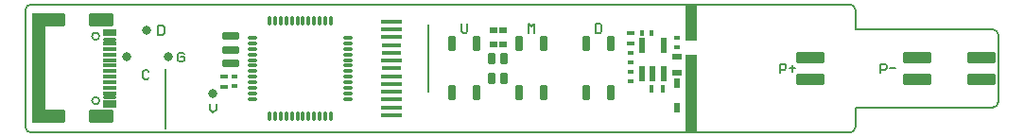
<source format=gts>
G04*
G04 #@! TF.GenerationSoftware,Altium Limited,Altium Designer,24.2.2 (26)*
G04*
G04 Layer_Color=8388736*
%FSLAX43Y43*%
%MOMM*%
G71*
G04*
G04 #@! TF.SameCoordinates,1F1FED76-AB6C-4830-BD65-6DDC81D4C714*
G04*
G04*
G04 #@! TF.FilePolarity,Negative*
G04*
G01*
G75*
%ADD10C,0.127*%
%ADD11C,0.203*%
G04:AMPARAMS|DCode=24|XSize=1.8mm|YSize=0.38mm|CornerRadius=0.038mm|HoleSize=0mm|Usage=FLASHONLY|Rotation=180.000|XOffset=0mm|YOffset=0mm|HoleType=Round|Shape=RoundedRectangle|*
%AMROUNDEDRECTD24*
21,1,1.800,0.304,0,0,180.0*
21,1,1.724,0.380,0,0,180.0*
1,1,0.076,-0.862,0.152*
1,1,0.076,0.862,0.152*
1,1,0.076,0.862,-0.152*
1,1,0.076,-0.862,-0.152*
%
%ADD24ROUNDEDRECTD24*%
%ADD26O,1.800X0.380*%
%ADD27C,0.800*%
%ADD34R,1.300X9.800*%
%ADD35R,1.000X7.050*%
%ADD36R,1.000X3.250*%
G04:AMPARAMS|DCode=37|XSize=0.42mm|YSize=0.72mm|CornerRadius=0.05mm|HoleSize=0mm|Usage=FLASHONLY|Rotation=270.000|XOffset=0mm|YOffset=0mm|HoleType=Round|Shape=RoundedRectangle|*
%AMROUNDEDRECTD37*
21,1,0.420,0.620,0,0,270.0*
21,1,0.320,0.720,0,0,270.0*
1,1,0.100,-0.310,-0.160*
1,1,0.100,-0.310,0.160*
1,1,0.100,0.310,0.160*
1,1,0.100,0.310,-0.160*
%
%ADD37ROUNDEDRECTD37*%
G04:AMPARAMS|DCode=38|XSize=2.551mm|YSize=1.051mm|CornerRadius=0.125mm|HoleSize=0mm|Usage=FLASHONLY|Rotation=180.000|XOffset=0mm|YOffset=0mm|HoleType=Round|Shape=RoundedRectangle|*
%AMROUNDEDRECTD38*
21,1,2.551,0.800,0,0,180.0*
21,1,2.300,1.051,0,0,180.0*
1,1,0.251,-1.150,0.400*
1,1,0.251,1.150,0.400*
1,1,0.251,1.150,-0.400*
1,1,0.251,-1.150,-0.400*
%
%ADD38ROUNDEDRECTD38*%
G04:AMPARAMS|DCode=39|XSize=1.002mm|YSize=0.702mm|CornerRadius=0.201mm|HoleSize=0mm|Usage=FLASHONLY|Rotation=90.000|XOffset=0mm|YOffset=0mm|HoleType=Round|Shape=RoundedRectangle|*
%AMROUNDEDRECTD39*
21,1,1.002,0.300,0,0,90.0*
21,1,0.600,0.702,0,0,90.0*
1,1,0.402,0.150,0.300*
1,1,0.402,0.150,-0.300*
1,1,0.402,-0.150,-0.300*
1,1,0.402,-0.150,0.300*
%
%ADD39ROUNDEDRECTD39*%
G04:AMPARAMS|DCode=40|XSize=0.851mm|YSize=0.551mm|CornerRadius=0.075mm|HoleSize=0mm|Usage=FLASHONLY|Rotation=90.000|XOffset=0mm|YOffset=0mm|HoleType=Round|Shape=RoundedRectangle|*
%AMROUNDEDRECTD40*
21,1,0.851,0.400,0,0,90.0*
21,1,0.700,0.551,0,0,90.0*
1,1,0.151,0.200,0.350*
1,1,0.151,0.200,-0.350*
1,1,0.151,-0.200,-0.350*
1,1,0.151,-0.200,0.350*
%
%ADD40ROUNDEDRECTD40*%
G04:AMPARAMS|DCode=41|XSize=0.42mm|YSize=0.57mm|CornerRadius=0.05mm|HoleSize=0mm|Usage=FLASHONLY|Rotation=90.000|XOffset=0mm|YOffset=0mm|HoleType=Round|Shape=RoundedRectangle|*
%AMROUNDEDRECTD41*
21,1,0.420,0.470,0,0,90.0*
21,1,0.320,0.570,0,0,90.0*
1,1,0.100,0.235,0.160*
1,1,0.100,0.235,-0.160*
1,1,0.100,-0.235,-0.160*
1,1,0.100,-0.235,0.160*
%
%ADD41ROUNDEDRECTD41*%
G04:AMPARAMS|DCode=42|XSize=0.54mm|YSize=0.84mm|CornerRadius=0.07mm|HoleSize=0mm|Usage=FLASHONLY|Rotation=90.000|XOffset=0mm|YOffset=0mm|HoleType=Round|Shape=RoundedRectangle|*
%AMROUNDEDRECTD42*
21,1,0.540,0.700,0,0,90.0*
21,1,0.400,0.840,0,0,90.0*
1,1,0.140,0.350,0.200*
1,1,0.140,0.350,-0.200*
1,1,0.140,-0.350,-0.200*
1,1,0.140,-0.350,0.200*
%
%ADD42ROUNDEDRECTD42*%
G04:AMPARAMS|DCode=43|XSize=0.42mm|YSize=0.72mm|CornerRadius=0.05mm|HoleSize=0mm|Usage=FLASHONLY|Rotation=180.000|XOffset=0mm|YOffset=0mm|HoleType=Round|Shape=RoundedRectangle|*
%AMROUNDEDRECTD43*
21,1,0.420,0.620,0,0,180.0*
21,1,0.320,0.720,0,0,180.0*
1,1,0.100,-0.160,0.310*
1,1,0.100,0.160,0.310*
1,1,0.100,0.160,-0.310*
1,1,0.100,-0.160,-0.310*
%
%ADD43ROUNDEDRECTD43*%
G04:AMPARAMS|DCode=44|XSize=0.42mm|YSize=0.57mm|CornerRadius=0.05mm|HoleSize=0mm|Usage=FLASHONLY|Rotation=180.000|XOffset=0mm|YOffset=0mm|HoleType=Round|Shape=RoundedRectangle|*
%AMROUNDEDRECTD44*
21,1,0.420,0.470,0,0,180.0*
21,1,0.320,0.570,0,0,180.0*
1,1,0.100,-0.160,0.235*
1,1,0.100,0.160,0.235*
1,1,0.100,0.160,-0.235*
1,1,0.100,-0.160,-0.235*
%
%ADD44ROUNDEDRECTD44*%
G04:AMPARAMS|DCode=45|XSize=0.501mm|YSize=0.701mm|CornerRadius=0.07mm|HoleSize=0mm|Usage=FLASHONLY|Rotation=90.000|XOffset=0mm|YOffset=0mm|HoleType=Round|Shape=RoundedRectangle|*
%AMROUNDEDRECTD45*
21,1,0.501,0.560,0,0,90.0*
21,1,0.360,0.701,0,0,90.0*
1,1,0.141,0.280,0.180*
1,1,0.141,0.280,-0.180*
1,1,0.141,-0.280,-0.180*
1,1,0.141,-0.280,0.180*
%
%ADD45ROUNDEDRECTD45*%
G04:AMPARAMS|DCode=46|XSize=0.65mm|YSize=1.45mm|CornerRadius=0.085mm|HoleSize=0mm|Usage=FLASHONLY|Rotation=270.000|XOffset=0mm|YOffset=0mm|HoleType=Round|Shape=RoundedRectangle|*
%AMROUNDEDRECTD46*
21,1,0.650,1.280,0,0,270.0*
21,1,0.480,1.450,0,0,270.0*
1,1,0.171,-0.640,-0.240*
1,1,0.171,-0.640,0.240*
1,1,0.171,0.640,0.240*
1,1,0.171,0.640,-0.240*
%
%ADD46ROUNDEDRECTD46*%
G04:AMPARAMS|DCode=47|XSize=0.864mm|YSize=0.356mm|CornerRadius=0.056mm|HoleSize=0mm|Usage=FLASHONLY|Rotation=90.000|XOffset=0mm|YOffset=0mm|HoleType=Round|Shape=RoundedRectangle|*
%AMROUNDEDRECTD47*
21,1,0.864,0.244,0,0,90.0*
21,1,0.752,0.356,0,0,90.0*
1,1,0.112,0.122,0.376*
1,1,0.112,0.122,-0.376*
1,1,0.112,-0.122,-0.376*
1,1,0.112,-0.122,0.376*
%
%ADD47ROUNDEDRECTD47*%
G04:AMPARAMS|DCode=48|XSize=0.864mm|YSize=0.356mm|CornerRadius=0.056mm|HoleSize=0mm|Usage=FLASHONLY|Rotation=180.000|XOffset=0mm|YOffset=0mm|HoleType=Round|Shape=RoundedRectangle|*
%AMROUNDEDRECTD48*
21,1,0.864,0.244,0,0,180.0*
21,1,0.752,0.356,0,0,180.0*
1,1,0.112,-0.376,0.122*
1,1,0.112,0.376,0.122*
1,1,0.112,0.376,-0.122*
1,1,0.112,-0.376,-0.122*
%
%ADD48ROUNDEDRECTD48*%
G04:AMPARAMS|DCode=49|XSize=0.548mm|YSize=1.31mm|CornerRadius=0.071mm|HoleSize=0mm|Usage=FLASHONLY|Rotation=180.000|XOffset=0mm|YOffset=0mm|HoleType=Round|Shape=RoundedRectangle|*
%AMROUNDEDRECTD49*
21,1,0.548,1.168,0,0,180.0*
21,1,0.406,1.310,0,0,180.0*
1,1,0.142,-0.203,0.584*
1,1,0.142,0.203,0.584*
1,1,0.142,0.203,-0.584*
1,1,0.142,-0.203,-0.584*
%
%ADD49ROUNDEDRECTD49*%
%ADD50O,0.356X0.864*%
G04:AMPARAMS|DCode=51|XSize=1.3mm|YSize=0.752mm|CornerRadius=0.116mm|HoleSize=0mm|Usage=FLASHONLY|Rotation=270.000|XOffset=0mm|YOffset=0mm|HoleType=Round|Shape=RoundedRectangle|*
%AMROUNDEDRECTD51*
21,1,1.300,0.520,0,0,270.0*
21,1,1.069,0.752,0,0,270.0*
1,1,0.232,-0.260,-0.534*
1,1,0.232,-0.260,0.534*
1,1,0.232,0.260,0.534*
1,1,0.232,0.260,-0.534*
%
%ADD51ROUNDEDRECTD51*%
G04:AMPARAMS|DCode=52|XSize=0.36mm|YSize=1.16mm|CornerRadius=0.075mm|HoleSize=0mm|Usage=FLASHONLY|Rotation=270.000|XOffset=0mm|YOffset=0mm|HoleType=Round|Shape=RoundedRectangle|*
%AMROUNDEDRECTD52*
21,1,0.360,1.010,0,0,270.0*
21,1,0.210,1.160,0,0,270.0*
1,1,0.150,-0.505,-0.105*
1,1,0.150,-0.505,0.105*
1,1,0.150,0.505,0.105*
1,1,0.150,0.505,-0.105*
%
%ADD52ROUNDEDRECTD52*%
G04:AMPARAMS|DCode=53|XSize=0.36mm|YSize=1.26mm|CornerRadius=0.075mm|HoleSize=0mm|Usage=FLASHONLY|Rotation=270.000|XOffset=0mm|YOffset=0mm|HoleType=Round|Shape=RoundedRectangle|*
%AMROUNDEDRECTD53*
21,1,0.360,1.110,0,0,270.0*
21,1,0.210,1.260,0,0,270.0*
1,1,0.150,-0.555,-0.105*
1,1,0.150,-0.555,0.105*
1,1,0.150,0.555,0.105*
1,1,0.150,0.555,-0.105*
%
%ADD53ROUNDEDRECTD53*%
%ADD54O,1.260X0.360*%
%ADD55O,1.160X0.360*%
G04:AMPARAMS|DCode=56|XSize=1.26mm|YSize=1.86mm|CornerRadius=0.21mm|HoleSize=0mm|Usage=FLASHONLY|Rotation=90.000|XOffset=0mm|YOffset=0mm|HoleType=Round|Shape=RoundedRectangle|*
%AMROUNDEDRECTD56*
21,1,1.260,1.440,0,0,90.0*
21,1,0.840,1.860,0,0,90.0*
1,1,0.420,0.720,0.420*
1,1,0.420,0.720,-0.420*
1,1,0.420,-0.720,-0.420*
1,1,0.420,-0.720,0.420*
%
%ADD56ROUNDEDRECTD56*%
G04:AMPARAMS|DCode=57|XSize=1.26mm|YSize=2.16mm|CornerRadius=0.21mm|HoleSize=0mm|Usage=FLASHONLY|Rotation=270.000|XOffset=0mm|YOffset=0mm|HoleType=Round|Shape=RoundedRectangle|*
%AMROUNDEDRECTD57*
21,1,1.260,1.740,0,0,270.0*
21,1,0.840,2.160,0,0,270.0*
1,1,0.420,-0.870,-0.420*
1,1,0.420,-0.870,0.420*
1,1,0.420,0.870,0.420*
1,1,0.420,0.870,-0.420*
%
%ADD57ROUNDEDRECTD57*%
D10*
X5305Y-2890D02*
G03*
X5305Y-2890I-325J0D01*
G01*
Y2890D02*
G03*
X5305Y2890I-325J0D01*
G01*
D11*
X34800Y-2050D02*
Y3925D01*
X11200Y-5350D02*
Y-25D01*
X49742Y4006D02*
Y3194D01*
X50148D01*
X50284Y3329D01*
Y3871D01*
X50148Y4006D01*
X49742D01*
X43729Y3194D02*
Y4006D01*
X44000Y3735D01*
X44271Y4006D01*
Y3194D01*
X37729Y4006D02*
Y3329D01*
X37865Y3194D01*
X38135D01*
X38271Y3329D01*
Y4006D01*
X75273Y-406D02*
Y406D01*
X75679D01*
X75815Y271D01*
Y0D01*
X75679Y-135D01*
X75273D01*
X76085Y0D02*
X76627D01*
X66273Y-406D02*
Y406D01*
X66679D01*
X66815Y271D01*
Y0D01*
X66679Y-135D01*
X66273D01*
X67085Y0D02*
X67627D01*
X67356Y271D02*
Y-271D01*
X15229Y-3144D02*
Y-3685D01*
X15500Y-3956D01*
X15771Y-3685D01*
Y-3144D01*
X10579Y3831D02*
Y3019D01*
X10985D01*
X11121Y3154D01*
Y3696D01*
X10985Y3831D01*
X10579D01*
X12896Y1296D02*
X12760Y1431D01*
X12490D01*
X12354Y1296D01*
Y754D01*
X12490Y619D01*
X12760D01*
X12896Y754D01*
Y1025D01*
X12625D01*
X9746Y-304D02*
X9610Y-169D01*
X9340D01*
X9204Y-304D01*
Y-846D01*
X9340Y-981D01*
X9610D01*
X9746Y-846D01*
X72500Y-5750D02*
G03*
X73000Y-5250I0J500D01*
G01*
X73000Y5250D02*
G03*
X72500Y5750I-500J0D01*
G01*
X85800Y3000D02*
G03*
X85300Y3500I-500J0D01*
G01*
X85300Y-3500D02*
G03*
X85800Y-3000I0J500D01*
G01*
X-800Y5750D02*
G03*
X-1300Y5250I0J-500D01*
G01*
X-1300Y-5250D02*
G03*
X-800Y-5750I500J0D01*
G01*
X85800Y-3000D02*
Y3000D01*
X73000Y3500D02*
X85300D01*
X73000Y-3500D02*
X85300D01*
X73000Y-5250D02*
Y-3500D01*
X-800Y-5750D02*
X72500Y-5750D01*
X73000Y3500D02*
Y5250D01*
X-800Y5750D02*
X72500Y5750D01*
X-1300Y-5250D02*
Y5250D01*
D24*
X31500Y-1400D02*
D03*
Y2800D02*
D03*
Y3500D02*
D03*
Y4200D02*
D03*
Y700D02*
D03*
Y-2800D02*
D03*
Y-2100D02*
D03*
Y-3500D02*
D03*
Y-4200D02*
D03*
Y-700D02*
D03*
D26*
Y2100D02*
D03*
Y1400D02*
D03*
Y0D02*
D03*
D27*
X15500Y-2250D02*
D03*
X9575Y3425D02*
D03*
X7800Y1025D02*
D03*
X11450Y1025D02*
D03*
D34*
X-150Y-0D02*
D03*
D35*
X58300Y-2225D02*
D03*
D36*
Y4125D02*
D03*
D37*
X52875Y2250D02*
D03*
Y3200D02*
D03*
X16450Y-700D02*
D03*
Y-1650D02*
D03*
D38*
X84300Y995D02*
D03*
Y-1005D02*
D03*
X78500Y995D02*
D03*
Y-1005D02*
D03*
X69000Y995D02*
D03*
Y-1005D02*
D03*
D39*
X40450Y-915D02*
D03*
X41550D02*
D03*
Y915D02*
D03*
X40450D02*
D03*
D40*
X57000Y-3500D02*
D03*
Y-1300D02*
D03*
D41*
X57000Y2725D02*
D03*
Y1875D02*
D03*
X17450Y-750D02*
D03*
Y-1600D02*
D03*
X52875Y1375D02*
D03*
Y525D02*
D03*
Y-1125D02*
D03*
Y-275D02*
D03*
D42*
X57000Y-375D02*
D03*
Y1025D02*
D03*
D43*
X54775Y-1850D02*
D03*
X55725D02*
D03*
D44*
X54775Y3200D02*
D03*
X53925D02*
D03*
D45*
X41425Y2175D02*
D03*
X40575Y3425D02*
D03*
Y2175D02*
D03*
X41425Y3425D02*
D03*
D46*
X17075Y2874D02*
D03*
Y1675D02*
D03*
Y476D02*
D03*
D47*
X22550Y-4250D02*
D03*
X21050D02*
D03*
X21550D02*
D03*
X22050D02*
D03*
X25050D02*
D03*
X20550Y4250D02*
D03*
X21050D02*
D03*
X21550D02*
D03*
X22050D02*
D03*
X22550D02*
D03*
X23050D02*
D03*
X23550D02*
D03*
X24050D02*
D03*
X26050D02*
D03*
Y-4250D02*
D03*
X25550D02*
D03*
X24550D02*
D03*
X24050D02*
D03*
X23550D02*
D03*
X23050D02*
D03*
X20550D02*
D03*
D48*
X27550Y-750D02*
D03*
Y2750D02*
D03*
Y2250D02*
D03*
Y1750D02*
D03*
Y1250D02*
D03*
Y750D02*
D03*
Y250D02*
D03*
Y-250D02*
D03*
Y-1250D02*
D03*
Y-1750D02*
D03*
Y-2250D02*
D03*
Y-2750D02*
D03*
X19050D02*
D03*
Y-2250D02*
D03*
Y-1750D02*
D03*
Y-1250D02*
D03*
Y-750D02*
D03*
Y-250D02*
D03*
Y250D02*
D03*
Y750D02*
D03*
Y1250D02*
D03*
Y1750D02*
D03*
Y2250D02*
D03*
Y2750D02*
D03*
D49*
X53910Y-495D02*
D03*
X55815D02*
D03*
X54850D02*
D03*
X53910Y2045D02*
D03*
X55815D02*
D03*
D50*
X24550Y4250D02*
D03*
X25050D02*
D03*
X25550D02*
D03*
D51*
X36900Y-2200D02*
D03*
Y2200D02*
D03*
X39100Y-2200D02*
D03*
Y2200D02*
D03*
X48900Y-2200D02*
D03*
Y2200D02*
D03*
X51100Y-2200D02*
D03*
Y2200D02*
D03*
X45100D02*
D03*
Y-2200D02*
D03*
X42900Y2200D02*
D03*
Y-2200D02*
D03*
D52*
X6250Y-3050D02*
D03*
Y3050D02*
D03*
D53*
X6200Y-3350D02*
D03*
Y3350D02*
D03*
Y750D02*
D03*
Y1750D02*
D03*
Y250D02*
D03*
Y1250D02*
D03*
Y-1250D02*
D03*
Y-250D02*
D03*
Y-1750D02*
D03*
Y-750D02*
D03*
D54*
Y-2250D02*
D03*
Y2250D02*
D03*
D55*
X6250Y-2550D02*
D03*
Y2550D02*
D03*
D56*
X1300Y4320D02*
D03*
Y-4320D02*
D03*
D57*
X5480D02*
D03*
Y4320D02*
D03*
M02*

</source>
